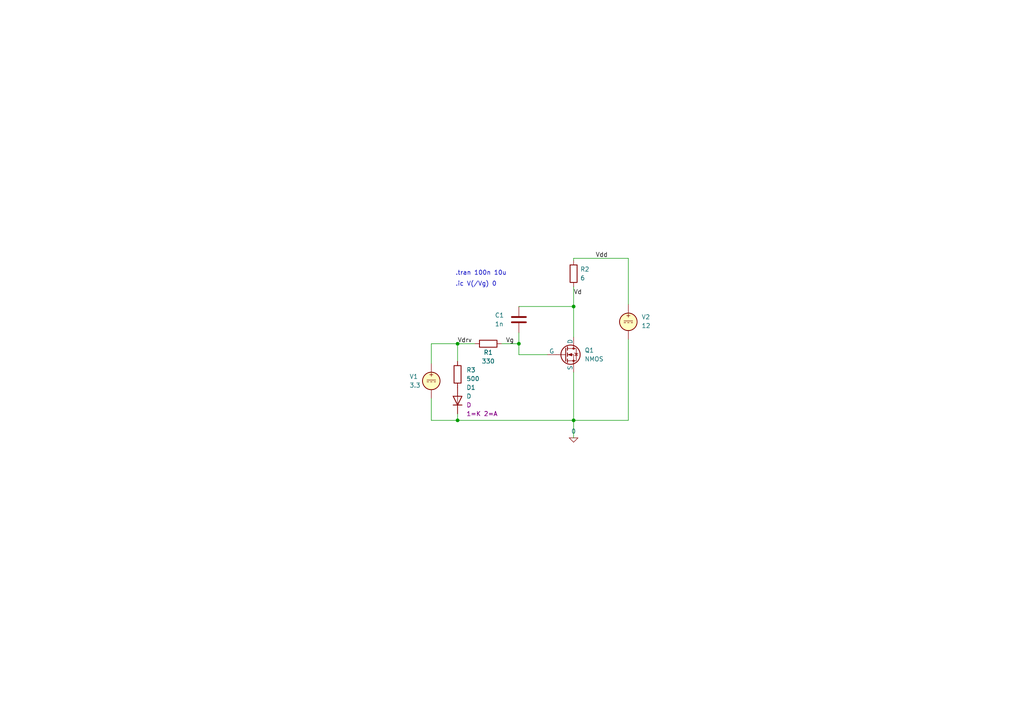
<source format=kicad_sch>
(kicad_sch (version 20230121) (generator eeschema)
  (paper "A4")
  (lib_symbols
    (symbol "Device:C" (pin_numbers hide) (pin_names (offset 0.254))
      (property "Reference" "C" (at 0.635 2.54 0))
      (property "Value" "C" (at 0.635 -2.54 0))
      (symbol "C_0_1"
        (polyline (pts (xy -2.032 -0.762) (xy 2.032 -0.762)) (stroke (width 0.508)))
        (polyline (pts (xy -2.032 0.762) (xy 2.032 0.762)) (stroke (width 0.508)))
      )
      (symbol "C_1_1"
        (pin passive line (at 0 3.81 270) (length 2.794) (name "~") (number "1"))
        (pin passive line (at 0 -3.81 90) (length 2.794) (name "~") (number "2"))
      )
    )
    (symbol "Device:R" (pin_numbers hide) (pin_names (offset 0))
      (property "Reference" "R" (at 2.032 0 90))
      (property "Value" "R" (at 0 0 90))
      (symbol "R_0_1"
        (rectangle (start -1.016 -2.54) (end 1.016 2.54) (stroke (width 0.254)))
      )
      (symbol "R_1_1"
        (pin passive line (at 0 3.81 270) (length 1.27) (name "~") (number "1"))
        (pin passive line (at 0 -3.81 90) (length 1.27) (name "~") (number "2"))
      )
    )
    (symbol "Simulation_SPICE:0" (power) (pin_names (offset 0))
      (property "Value" "0" (at 0 -1.778 0))
      (symbol "0_0_1"
        (polyline (pts (xy -1.27 0) (xy 0 -1.27) (xy 1.27 0) (xy -1.27 0)))
      )
      (symbol "0_1_1"
        (pin power_in line (at 0 0 0) (length 0) hide (name "0") (number "1"))
      )
    )
    (symbol "Simulation_SPICE:D" (pin_numbers hide) (pin_names (offset 1.016) hide)
      (property "Reference" "D" (at 0 2.54 0))
      (property "Value" "D" (at 0 -2.54 0))
      (property "Sim.Device" "D" (at 0 0 0))
      (property "Sim.Pins" "1=K 2=A" (at 0 0 0))
      (symbol "D_0_1"
        (polyline (pts (xy -1.27 1.27) (xy -1.27 -1.27)) (stroke (width 0.254)))
        (polyline (pts (xy 1.27 0) (xy -1.27 0)))
        (polyline (pts (xy 1.27 1.27) (xy 1.27 -1.27) (xy -1.27 0) (xy 1.27 1.27)) (stroke (width 0.254)))
      )
      (symbol "D_1_1"
        (pin passive line (at -3.81 0 0) (length 2.54) (name "K") (number "1"))
        (pin passive line (at 3.81 0 180) (length 2.54) (name "A") (number "2"))
      )
    )
    (symbol "Simulation_SPICE:NMOS" (pin_numbers hide) (pin_names (offset 0))
      (property "Reference" "Q" (at 5.08 1.27 0))
      (property "Value" "NMOS" (at 5.08 -1.27 0))
      (symbol "NMOS_0_1"
        (polyline (pts (xy 0.254 0) (xy -2.54 0)))
        (polyline (pts (xy 0.254 1.905) (xy 0.254 -1.905)) (stroke (width 0.254)))
        (polyline (pts (xy 0.762 -1.27) (xy 0.762 -2.286)) (stroke (width 0.254)))
        (polyline (pts (xy 0.762 0.508) (xy 0.762 -0.508)) (stroke (width 0.254)))
        (polyline (pts (xy 0.762 2.286) (xy 0.762 1.27)) (stroke (width 0.254)))
        (polyline (pts (xy 2.54 2.54) (xy 2.54 1.778)))
        (polyline (pts (xy 2.54 -2.54) (xy 2.54 0) (xy 0.762 0)))
        (polyline (pts (xy 0.762 -1.778) (xy 3.302 -1.778) (xy 3.302 1.778) (xy 0.762 1.778)))
        (polyline (pts (xy 1.016 0) (xy 2.032 0.381) (xy 2.032 -0.381) (xy 1.016 0)) (fill (type outline)))
        (polyline (pts (xy 2.794 0.508) (xy 2.921 0.381) (xy 3.683 0.381) (xy 3.81 0.254)))
        (polyline (pts (xy 3.302 0.381) (xy 2.921 -0.254) (xy 3.683 -0.254) (xy 3.302 0.381)))
        (circle (center 1.651 0) (radius 2.794) (stroke (width 0.254)))
        (circle (center 2.54 -1.778) (radius 0.254) (fill (type outline)))
        (circle (center 2.54 1.778) (radius 0.254) (fill (type outline)))
      )
      (symbol "NMOS_1_1"
        (pin passive line (at 2.54 5.08 270) (length 2.54) (name "D") (number "1"))
        (pin input line (at -5.08 0 0) (length 2.54) (name "G") (number "2"))
        (pin passive line (at 2.54 -5.08 90) (length 2.54) (name "S") (number "3"))
      )
    )
    (symbol "Simulation_SPICE:VDC" (pin_numbers hide) (pin_names (offset 0.0254))
      (property "Reference" "V" (at 2.54 2.54 0))
      (property "Value" "1" (at 2.54 0 0))
      (symbol "VDC_0_0"
        (polyline (pts (xy -1.27 0.254) (xy 1.27 0.254)))
        (polyline (pts (xy -0.762 -0.254) (xy -1.27 -0.254)))
        (polyline (pts (xy 0.254 -0.254) (xy -0.254 -0.254)))
        (polyline (pts (xy 1.27 -0.254) (xy 0.762 -0.254)))
        (text "+" (at 0 1.905 0) (effects (font (size 1.27 1.27))))
      )
      (symbol "VDC_0_1"
        (circle (center 0 0) (radius 2.54) (stroke (width 0.254)) (fill (type background)))
      )
      (symbol "VDC_1_1"
        (pin passive line (at 0 5.08 270) (length 2.54) (name "~") (number "1"))
        (pin passive line (at 0 -5.08 90) (length 2.54) (name "~") (number "2"))
      )
    )
  )
  (junction (at 150.495 99.695))
  (junction (at 132.715 121.92))
  (junction (at 132.715 99.695))
  (junction (at 166.37 121.92))
  (junction (at 166.37 88.9))
  (wire (pts (xy 166.37 83.185) (xy 166.37 88.9)))
  (wire (pts (xy 145.415 99.695) (xy 150.495 99.695)))
  (wire (pts (xy 166.37 88.9) (xy 166.37 97.79)))
  (wire (pts (xy 132.715 121.92) (xy 166.37 121.92)))
  (wire (pts (xy 166.37 107.95) (xy 166.37 121.92)))
  (wire (pts (xy 166.37 121.92) (xy 182.245 121.92)))
  (wire (pts (xy 125.095 105.41) (xy 125.095 99.695)))
  (wire (pts (xy 125.095 121.92) (xy 132.715 121.92)))
  (wire (pts (xy 125.095 99.695) (xy 132.715 99.695)))
  (wire (pts (xy 166.37 74.93) (xy 182.245 74.93)))
  (wire (pts (xy 125.095 121.92) (xy 125.095 115.57)))
  (wire (pts (xy 150.495 88.9) (xy 166.37 88.9)))
  (wire (pts (xy 132.715 120.015) (xy 132.715 121.92)))
  (wire (pts (xy 132.715 99.695) (xy 137.795 99.695)))
  (wire (pts (xy 182.245 98.425) (xy 182.245 121.92)))
  (wire (pts (xy 166.37 121.92) (xy 166.37 127)))
  (wire (pts (xy 150.495 102.87) (xy 158.75 102.87)))
  (wire (pts (xy 132.715 99.695) (xy 132.715 104.775)))
  (wire (pts (xy 166.37 74.93) (xy 166.37 75.565)))
  (wire (pts (xy 150.495 96.52) (xy 150.495 99.695)))
  (wire (pts (xy 182.245 74.93) (xy 182.245 88.265)))
  (wire (pts (xy 150.495 99.695) (xy 150.495 102.87)))
  (text ".tran 100n 10u" (at 132.08 80.01 0) (effects (font (size 1.27 1.27)) (justify left bottom)))
  (text ".ic V(/Vg) 0" (at 132.08 83.185 0) (effects (font (size 1.27 1.27)) (justify left bottom)))
  (label "Vg" (at 146.685 99.695 0))
  (label "Vd" (at 166.37 85.725 0))
  (label "Vdrv" (at 132.715 99.695 0))
  (label "Vdd" (at 172.72 74.93 0))
  (symbol (lib_id "Simulation_SPICE:NMOS") (at 163.83 102.87 0) (unit 1)
    (property "Reference" "Q1" (at 169.545 101.6 0) (effects (justify left)))
    (property "Value" "NMOS" (at 169.545 104.14 0) (effects (justify left)))
    (property "Datasheet" "https://ngspice.sourceforge.io/docs/ngspice-manual.pdf" (effects hide))
    (property "Sim.Device" "NMOS" (effects hide))
    (property "Sim.Type" "VDMOS" (effects hide))
    (property "Sim.Pins" "1=D 2=G 3=S" (effects hide))
    (property "Sim.Params" "vto=0.66 kp=0.5" (effects hide))
  )
  (symbol (lib_id "Device:R") (at 132.715 108.585 0) (unit 1)
    (property "Reference" "R3" (at 135.255 107.315 0) (effects (justify left)))
    (property "Value" "500" (at 135.255 109.855 0) (effects (justify left)))
  )
  (symbol (lib_id "Device:C") (at 150.495 92.71 180) (unit 1)
    (property "Reference" "C1" (at 143.51 91.44 0) (effects (justify right)))
    (property "Value" "1n" (at 143.51 93.98 0) (effects (justify right)))
  )
  (symbol (lib_id "Simulation_SPICE:VDC") (at 125.095 110.49 0) (unit 1)
    (property "Reference" "V1" (at 118.745 109.22 0) (effects (justify left)))
    (property "Value" "3.3" (at 118.745 111.76 0) (effects (justify left)))
    (property "Sim.Pins" "1=+ 2=-" (effects hide))
    (property "Sim.Type" "DC" (effects hide))
    (property "Sim.Device" "V" (effects hide))
  )
  (symbol (lib_id "Simulation_SPICE:D") (at 132.715 116.205 90) (unit 1)
    (property "Reference" "D1" (at 135.255 112.395 90) (effects (justify right)))
    (property "Value" "D" (at 135.255 114.935 90) (effects (justify right)))
    (property "Sim.Device" "D" (at 135.255 117.475 90) (effects (justify right)))
    (property "Sim.Pins" "1=K 2=A" (at 135.255 120.015 90) (effects (justify right)))
  )
  (symbol (lib_id "Device:R") (at 166.37 79.375 0) (unit 1)
    (property "Reference" "R2" (at 168.275 78.105 0) (effects (justify left)))
    (property "Value" "6" (at 168.275 80.645 0) (effects (justify left)))
  )
  (symbol (lib_id "Device:R") (at 141.605 99.695 90) (unit 1)
    (property "Reference" "R1" (at 141.605 102.235 90))
    (property "Value" "330" (at 141.605 104.775 90))
  )
  (symbol (lib_id "Simulation_SPICE:0") (at 166.37 127 0) (unit 1)
    (property "Reference" "#GND01" (effects hide))
    (property "Value" "0" (at 166.37 125.095 0))
  )
  (symbol (lib_id "Simulation_SPICE:VDC") (at 182.245 93.345 0) (unit 1)
    (property "Reference" "V2" (at 186.055 91.9452 0) (effects (justify left)))
    (property "Value" "12" (at 186.055 94.4852 0) (effects (justify left)))
    (property "Sim.Pins" "1=+ 2=-" (effects hide))
    (property "Sim.Type" "DC" (effects hide))
  )
)
</source>
